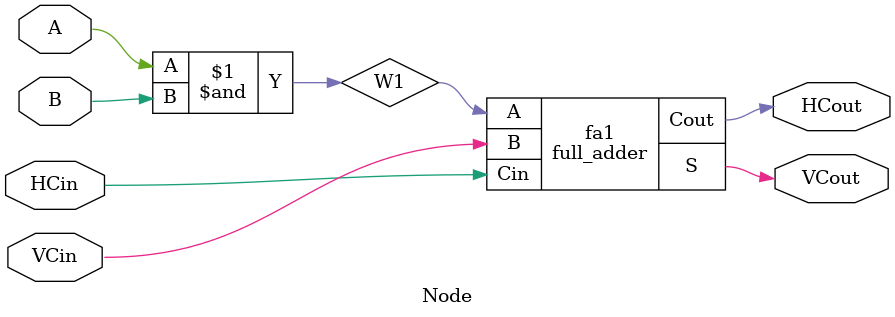
<source format=v>
`timescale 1ns / 1ps


//Instantiate 4x4 array of interconnected full adder nodes
module Multiplier_4x4(p, a, b);
    input [3:0] a, b;
    output [7:0] p;
    wire [3:0] sum0, sum1, sum2, sum3, sum4, sum5, sum6;
    wire [3:0] c0, c1, c2, c3, c4, c5, c6;
    

    Node node0(c0[0], sum0[0], a[0], b[0], 0, 0);
    Node node1(c1[0], sum1[0], a[1], b[0], c0[0], 0);
    Node node2(c2[0], sum2[0], a[2], b[0], c1[0], 0);
    Node node3(c3[0], sum3[0], a[3], b[0], c2[0], 0);

    Node node4(c1[1], sum1[1], a[0], b[1], 0, sum1[0]);
    Node node5(c2[1], sum2[1], a[1], b[1], c1[1], sum2[0]);
    Node node6(c3[1], sum3[1], a[2], b[1], c2[1], sum3[0]);
    Node node7(c4[1], sum4[1], a[3], b[1], c3[1], c3[0]);
    
    Node node8(c2[2], sum2[2], a[0], b[2], 0, sum2[1]);
    Node node9(c3[2], sum3[2], a[1], b[2], c2[2], sum3[1]);
    Node node10(c4[2], sum4[2], a[2], b[2], c3[2], sum4[1]);
    Node node11(c5[2], sum5[2], a[3], b[2], c4[2], c4[1]);

    Node node12(c3[3], sum3[3], a[0], b[3], 0, sum3[2]);
    Node node13(c4[3], sum4[3], a[1], b[3], c3[3], sum4[2]);
    Node node14(c5[3], sum5[3], a[2], b[3], c4[3], sum5[2]);
    Node node15(c6[3], sum6[3], a[3], b[3], c5[3], c5[2]);
    
    assign p[0] = sum0[0];
    assign p[1] = sum1[1];
    assign p[2] = sum2[2];
    assign p[3] = sum3[3];
    assign p[4] = sum4[3];
    assign p[5] = sum5[3];
    assign p[6] = sum6[3];
    assign p[7] = c6[3];
endmodule

//Build full adder circuit to be used in each node
module full_adder(Cout, S, A, B, Cin);
    input A, B, Cin;
    output Cout, S;
    wire S1, C1, C2;
    
    xor(S1, A, B);
    and(C1, A, B);
    xor(S, S1, Cin);
    and(C2, S1, Cin);
    or(Cout, C1, C2);
endmodule
 
//Connect outputs for the node
module Node(HCout, VCout, A, B, HCin, VCin);
    input A, B, HCin, VCin;
    output HCout, VCout;
    wire W1;
    
    assign W1 = A&B;
    full_adder fa1(HCout, VCout, W1, VCin, HCin);
endmodule

</source>
